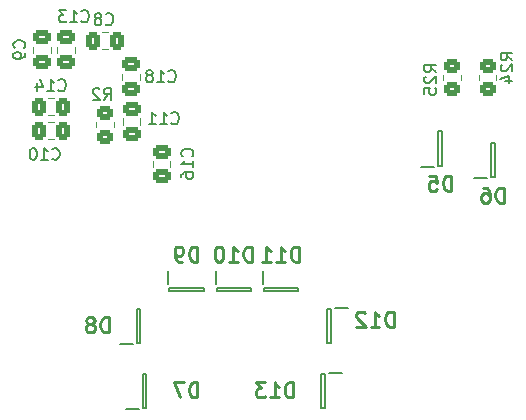
<source format=gbo>
G04 #@! TF.GenerationSoftware,KiCad,Pcbnew,8.0.8*
G04 #@! TF.CreationDate,2025-03-18T19:08:41-04:00*
G04 #@! TF.ProjectId,477,3437372e-6b69-4636-9164-5f7063625858,rev?*
G04 #@! TF.SameCoordinates,Original*
G04 #@! TF.FileFunction,Legend,Bot*
G04 #@! TF.FilePolarity,Positive*
%FSLAX46Y46*%
G04 Gerber Fmt 4.6, Leading zero omitted, Abs format (unit mm)*
G04 Created by KiCad (PCBNEW 8.0.8) date 2025-03-18 19:08:41*
%MOMM*%
%LPD*%
G01*
G04 APERTURE LIST*
G04 Aperture macros list*
%AMRoundRect*
0 Rectangle with rounded corners*
0 $1 Rounding radius*
0 $2 $3 $4 $5 $6 $7 $8 $9 X,Y pos of 4 corners*
0 Add a 4 corners polygon primitive as box body*
4,1,4,$2,$3,$4,$5,$6,$7,$8,$9,$2,$3,0*
0 Add four circle primitives for the rounded corners*
1,1,$1+$1,$2,$3*
1,1,$1+$1,$4,$5*
1,1,$1+$1,$6,$7*
1,1,$1+$1,$8,$9*
0 Add four rect primitives between the rounded corners*
20,1,$1+$1,$2,$3,$4,$5,0*
20,1,$1+$1,$4,$5,$6,$7,0*
20,1,$1+$1,$6,$7,$8,$9,0*
20,1,$1+$1,$8,$9,$2,$3,0*%
G04 Aperture macros list end*
%ADD10C,0.150000*%
%ADD11C,0.254000*%
%ADD12C,0.120000*%
%ADD13C,0.200000*%
%ADD14C,1.000000*%
%ADD15C,3.200000*%
%ADD16C,1.550000*%
%ADD17C,1.500000*%
%ADD18C,3.570000*%
%ADD19RoundRect,0.250000X0.337500X0.475000X-0.337500X0.475000X-0.337500X-0.475000X0.337500X-0.475000X0*%
%ADD20R,1.100000X0.650000*%
%ADD21RoundRect,0.250000X0.450000X-0.350000X0.450000X0.350000X-0.450000X0.350000X-0.450000X-0.350000X0*%
%ADD22RoundRect,0.250000X-0.475000X0.337500X-0.475000X-0.337500X0.475000X-0.337500X0.475000X0.337500X0*%
%ADD23RoundRect,0.250000X-0.337500X-0.475000X0.337500X-0.475000X0.337500X0.475000X-0.337500X0.475000X0*%
%ADD24R,0.650000X1.100000*%
%ADD25RoundRect,0.250000X0.475000X-0.337500X0.475000X0.337500X-0.475000X0.337500X-0.475000X-0.337500X0*%
%ADD26C,0.800000*%
%ADD27C,6.000000*%
G04 APERTURE END LIST*
D10*
X143676666Y-101451580D02*
X143724285Y-101499200D01*
X143724285Y-101499200D02*
X143867142Y-101546819D01*
X143867142Y-101546819D02*
X143962380Y-101546819D01*
X143962380Y-101546819D02*
X144105237Y-101499200D01*
X144105237Y-101499200D02*
X144200475Y-101403961D01*
X144200475Y-101403961D02*
X144248094Y-101308723D01*
X144248094Y-101308723D02*
X144295713Y-101118247D01*
X144295713Y-101118247D02*
X144295713Y-100975390D01*
X144295713Y-100975390D02*
X144248094Y-100784914D01*
X144248094Y-100784914D02*
X144200475Y-100689676D01*
X144200475Y-100689676D02*
X144105237Y-100594438D01*
X144105237Y-100594438D02*
X143962380Y-100546819D01*
X143962380Y-100546819D02*
X143867142Y-100546819D01*
X143867142Y-100546819D02*
X143724285Y-100594438D01*
X143724285Y-100594438D02*
X143676666Y-100642057D01*
X143105237Y-100975390D02*
X143200475Y-100927771D01*
X143200475Y-100927771D02*
X143248094Y-100880152D01*
X143248094Y-100880152D02*
X143295713Y-100784914D01*
X143295713Y-100784914D02*
X143295713Y-100737295D01*
X143295713Y-100737295D02*
X143248094Y-100642057D01*
X143248094Y-100642057D02*
X143200475Y-100594438D01*
X143200475Y-100594438D02*
X143105237Y-100546819D01*
X143105237Y-100546819D02*
X142914761Y-100546819D01*
X142914761Y-100546819D02*
X142819523Y-100594438D01*
X142819523Y-100594438D02*
X142771904Y-100642057D01*
X142771904Y-100642057D02*
X142724285Y-100737295D01*
X142724285Y-100737295D02*
X142724285Y-100784914D01*
X142724285Y-100784914D02*
X142771904Y-100880152D01*
X142771904Y-100880152D02*
X142819523Y-100927771D01*
X142819523Y-100927771D02*
X142914761Y-100975390D01*
X142914761Y-100975390D02*
X143105237Y-100975390D01*
X143105237Y-100975390D02*
X143200475Y-101023009D01*
X143200475Y-101023009D02*
X143248094Y-101070628D01*
X143248094Y-101070628D02*
X143295713Y-101165866D01*
X143295713Y-101165866D02*
X143295713Y-101356342D01*
X143295713Y-101356342D02*
X143248094Y-101451580D01*
X143248094Y-101451580D02*
X143200475Y-101499200D01*
X143200475Y-101499200D02*
X143105237Y-101546819D01*
X143105237Y-101546819D02*
X142914761Y-101546819D01*
X142914761Y-101546819D02*
X142819523Y-101499200D01*
X142819523Y-101499200D02*
X142771904Y-101451580D01*
X142771904Y-101451580D02*
X142724285Y-101356342D01*
X142724285Y-101356342D02*
X142724285Y-101165866D01*
X142724285Y-101165866D02*
X142771904Y-101070628D01*
X142771904Y-101070628D02*
X142819523Y-101023009D01*
X142819523Y-101023009D02*
X142914761Y-100975390D01*
D11*
X151437381Y-133074318D02*
X151437381Y-131804318D01*
X151437381Y-131804318D02*
X151135000Y-131804318D01*
X151135000Y-131804318D02*
X150953571Y-131864794D01*
X150953571Y-131864794D02*
X150832619Y-131985746D01*
X150832619Y-131985746D02*
X150772142Y-132106699D01*
X150772142Y-132106699D02*
X150711666Y-132348603D01*
X150711666Y-132348603D02*
X150711666Y-132530032D01*
X150711666Y-132530032D02*
X150772142Y-132771937D01*
X150772142Y-132771937D02*
X150832619Y-132892889D01*
X150832619Y-132892889D02*
X150953571Y-133013842D01*
X150953571Y-133013842D02*
X151135000Y-133074318D01*
X151135000Y-133074318D02*
X151437381Y-133074318D01*
X150288333Y-131804318D02*
X149441666Y-131804318D01*
X149441666Y-131804318D02*
X149985952Y-133074318D01*
X159542143Y-133074318D02*
X159542143Y-131804318D01*
X159542143Y-131804318D02*
X159239762Y-131804318D01*
X159239762Y-131804318D02*
X159058333Y-131864794D01*
X159058333Y-131864794D02*
X158937381Y-131985746D01*
X158937381Y-131985746D02*
X158876904Y-132106699D01*
X158876904Y-132106699D02*
X158816428Y-132348603D01*
X158816428Y-132348603D02*
X158816428Y-132530032D01*
X158816428Y-132530032D02*
X158876904Y-132771937D01*
X158876904Y-132771937D02*
X158937381Y-132892889D01*
X158937381Y-132892889D02*
X159058333Y-133013842D01*
X159058333Y-133013842D02*
X159239762Y-133074318D01*
X159239762Y-133074318D02*
X159542143Y-133074318D01*
X157606904Y-133074318D02*
X158332619Y-133074318D01*
X157969762Y-133074318D02*
X157969762Y-131804318D01*
X157969762Y-131804318D02*
X158090714Y-131985746D01*
X158090714Y-131985746D02*
X158211666Y-132106699D01*
X158211666Y-132106699D02*
X158332619Y-132167175D01*
X157183571Y-131804318D02*
X156397380Y-131804318D01*
X156397380Y-131804318D02*
X156820714Y-132288127D01*
X156820714Y-132288127D02*
X156639285Y-132288127D01*
X156639285Y-132288127D02*
X156518333Y-132348603D01*
X156518333Y-132348603D02*
X156457857Y-132409080D01*
X156457857Y-132409080D02*
X156397380Y-132530032D01*
X156397380Y-132530032D02*
X156397380Y-132832413D01*
X156397380Y-132832413D02*
X156457857Y-132953365D01*
X156457857Y-132953365D02*
X156518333Y-133013842D01*
X156518333Y-133013842D02*
X156639285Y-133074318D01*
X156639285Y-133074318D02*
X157002142Y-133074318D01*
X157002142Y-133074318D02*
X157123095Y-133013842D01*
X157123095Y-133013842D02*
X157183571Y-132953365D01*
D10*
X178104819Y-104513142D02*
X177628628Y-104179809D01*
X178104819Y-103941714D02*
X177104819Y-103941714D01*
X177104819Y-103941714D02*
X177104819Y-104322666D01*
X177104819Y-104322666D02*
X177152438Y-104417904D01*
X177152438Y-104417904D02*
X177200057Y-104465523D01*
X177200057Y-104465523D02*
X177295295Y-104513142D01*
X177295295Y-104513142D02*
X177438152Y-104513142D01*
X177438152Y-104513142D02*
X177533390Y-104465523D01*
X177533390Y-104465523D02*
X177581009Y-104417904D01*
X177581009Y-104417904D02*
X177628628Y-104322666D01*
X177628628Y-104322666D02*
X177628628Y-103941714D01*
X177200057Y-104894095D02*
X177152438Y-104941714D01*
X177152438Y-104941714D02*
X177104819Y-105036952D01*
X177104819Y-105036952D02*
X177104819Y-105275047D01*
X177104819Y-105275047D02*
X177152438Y-105370285D01*
X177152438Y-105370285D02*
X177200057Y-105417904D01*
X177200057Y-105417904D02*
X177295295Y-105465523D01*
X177295295Y-105465523D02*
X177390533Y-105465523D01*
X177390533Y-105465523D02*
X177533390Y-105417904D01*
X177533390Y-105417904D02*
X178104819Y-104846476D01*
X178104819Y-104846476D02*
X178104819Y-105465523D01*
X177438152Y-106322666D02*
X178104819Y-106322666D01*
X177057200Y-106084571D02*
X177771485Y-105846476D01*
X177771485Y-105846476D02*
X177771485Y-106465523D01*
X148978857Y-106277580D02*
X149026476Y-106325200D01*
X149026476Y-106325200D02*
X149169333Y-106372819D01*
X149169333Y-106372819D02*
X149264571Y-106372819D01*
X149264571Y-106372819D02*
X149407428Y-106325200D01*
X149407428Y-106325200D02*
X149502666Y-106229961D01*
X149502666Y-106229961D02*
X149550285Y-106134723D01*
X149550285Y-106134723D02*
X149597904Y-105944247D01*
X149597904Y-105944247D02*
X149597904Y-105801390D01*
X149597904Y-105801390D02*
X149550285Y-105610914D01*
X149550285Y-105610914D02*
X149502666Y-105515676D01*
X149502666Y-105515676D02*
X149407428Y-105420438D01*
X149407428Y-105420438D02*
X149264571Y-105372819D01*
X149264571Y-105372819D02*
X149169333Y-105372819D01*
X149169333Y-105372819D02*
X149026476Y-105420438D01*
X149026476Y-105420438D02*
X148978857Y-105468057D01*
X148026476Y-106372819D02*
X148597904Y-106372819D01*
X148312190Y-106372819D02*
X148312190Y-105372819D01*
X148312190Y-105372819D02*
X148407428Y-105515676D01*
X148407428Y-105515676D02*
X148502666Y-105610914D01*
X148502666Y-105610914D02*
X148597904Y-105658533D01*
X147455047Y-105801390D02*
X147550285Y-105753771D01*
X147550285Y-105753771D02*
X147597904Y-105706152D01*
X147597904Y-105706152D02*
X147645523Y-105610914D01*
X147645523Y-105610914D02*
X147645523Y-105563295D01*
X147645523Y-105563295D02*
X147597904Y-105468057D01*
X147597904Y-105468057D02*
X147550285Y-105420438D01*
X147550285Y-105420438D02*
X147455047Y-105372819D01*
X147455047Y-105372819D02*
X147264571Y-105372819D01*
X147264571Y-105372819D02*
X147169333Y-105420438D01*
X147169333Y-105420438D02*
X147121714Y-105468057D01*
X147121714Y-105468057D02*
X147074095Y-105563295D01*
X147074095Y-105563295D02*
X147074095Y-105610914D01*
X147074095Y-105610914D02*
X147121714Y-105706152D01*
X147121714Y-105706152D02*
X147169333Y-105753771D01*
X147169333Y-105753771D02*
X147264571Y-105801390D01*
X147264571Y-105801390D02*
X147455047Y-105801390D01*
X147455047Y-105801390D02*
X147550285Y-105849009D01*
X147550285Y-105849009D02*
X147597904Y-105896628D01*
X147597904Y-105896628D02*
X147645523Y-105991866D01*
X147645523Y-105991866D02*
X147645523Y-106182342D01*
X147645523Y-106182342D02*
X147597904Y-106277580D01*
X147597904Y-106277580D02*
X147550285Y-106325200D01*
X147550285Y-106325200D02*
X147455047Y-106372819D01*
X147455047Y-106372819D02*
X147264571Y-106372819D01*
X147264571Y-106372819D02*
X147169333Y-106325200D01*
X147169333Y-106325200D02*
X147121714Y-106277580D01*
X147121714Y-106277580D02*
X147074095Y-106182342D01*
X147074095Y-106182342D02*
X147074095Y-105991866D01*
X147074095Y-105991866D02*
X147121714Y-105896628D01*
X147121714Y-105896628D02*
X147169333Y-105849009D01*
X147169333Y-105849009D02*
X147264571Y-105801390D01*
X150981580Y-112641142D02*
X151029200Y-112593523D01*
X151029200Y-112593523D02*
X151076819Y-112450666D01*
X151076819Y-112450666D02*
X151076819Y-112355428D01*
X151076819Y-112355428D02*
X151029200Y-112212571D01*
X151029200Y-112212571D02*
X150933961Y-112117333D01*
X150933961Y-112117333D02*
X150838723Y-112069714D01*
X150838723Y-112069714D02*
X150648247Y-112022095D01*
X150648247Y-112022095D02*
X150505390Y-112022095D01*
X150505390Y-112022095D02*
X150314914Y-112069714D01*
X150314914Y-112069714D02*
X150219676Y-112117333D01*
X150219676Y-112117333D02*
X150124438Y-112212571D01*
X150124438Y-112212571D02*
X150076819Y-112355428D01*
X150076819Y-112355428D02*
X150076819Y-112450666D01*
X150076819Y-112450666D02*
X150124438Y-112593523D01*
X150124438Y-112593523D02*
X150172057Y-112641142D01*
X151076819Y-113593523D02*
X151076819Y-113022095D01*
X151076819Y-113307809D02*
X150076819Y-113307809D01*
X150076819Y-113307809D02*
X150219676Y-113212571D01*
X150219676Y-113212571D02*
X150314914Y-113117333D01*
X150314914Y-113117333D02*
X150362533Y-113022095D01*
X150076819Y-114450666D02*
X150076819Y-114260190D01*
X150076819Y-114260190D02*
X150124438Y-114164952D01*
X150124438Y-114164952D02*
X150172057Y-114117333D01*
X150172057Y-114117333D02*
X150314914Y-114022095D01*
X150314914Y-114022095D02*
X150505390Y-113974476D01*
X150505390Y-113974476D02*
X150886342Y-113974476D01*
X150886342Y-113974476D02*
X150981580Y-114022095D01*
X150981580Y-114022095D02*
X151029200Y-114069714D01*
X151029200Y-114069714D02*
X151076819Y-114164952D01*
X151076819Y-114164952D02*
X151076819Y-114355428D01*
X151076819Y-114355428D02*
X151029200Y-114450666D01*
X151029200Y-114450666D02*
X150981580Y-114498285D01*
X150981580Y-114498285D02*
X150886342Y-114545904D01*
X150886342Y-114545904D02*
X150648247Y-114545904D01*
X150648247Y-114545904D02*
X150553009Y-114498285D01*
X150553009Y-114498285D02*
X150505390Y-114450666D01*
X150505390Y-114450666D02*
X150457771Y-114355428D01*
X150457771Y-114355428D02*
X150457771Y-114164952D01*
X150457771Y-114164952D02*
X150505390Y-114069714D01*
X150505390Y-114069714D02*
X150553009Y-114022095D01*
X150553009Y-114022095D02*
X150648247Y-113974476D01*
D11*
X168042143Y-127074318D02*
X168042143Y-125804318D01*
X168042143Y-125804318D02*
X167739762Y-125804318D01*
X167739762Y-125804318D02*
X167558333Y-125864794D01*
X167558333Y-125864794D02*
X167437381Y-125985746D01*
X167437381Y-125985746D02*
X167376904Y-126106699D01*
X167376904Y-126106699D02*
X167316428Y-126348603D01*
X167316428Y-126348603D02*
X167316428Y-126530032D01*
X167316428Y-126530032D02*
X167376904Y-126771937D01*
X167376904Y-126771937D02*
X167437381Y-126892889D01*
X167437381Y-126892889D02*
X167558333Y-127013842D01*
X167558333Y-127013842D02*
X167739762Y-127074318D01*
X167739762Y-127074318D02*
X168042143Y-127074318D01*
X166106904Y-127074318D02*
X166832619Y-127074318D01*
X166469762Y-127074318D02*
X166469762Y-125804318D01*
X166469762Y-125804318D02*
X166590714Y-125985746D01*
X166590714Y-125985746D02*
X166711666Y-126106699D01*
X166711666Y-126106699D02*
X166832619Y-126167175D01*
X165623095Y-125925270D02*
X165562619Y-125864794D01*
X165562619Y-125864794D02*
X165441666Y-125804318D01*
X165441666Y-125804318D02*
X165139285Y-125804318D01*
X165139285Y-125804318D02*
X165018333Y-125864794D01*
X165018333Y-125864794D02*
X164957857Y-125925270D01*
X164957857Y-125925270D02*
X164897380Y-126046222D01*
X164897380Y-126046222D02*
X164897380Y-126167175D01*
X164897380Y-126167175D02*
X164957857Y-126348603D01*
X164957857Y-126348603D02*
X165683571Y-127074318D01*
X165683571Y-127074318D02*
X164897380Y-127074318D01*
X177387381Y-116574318D02*
X177387381Y-115304318D01*
X177387381Y-115304318D02*
X177085000Y-115304318D01*
X177085000Y-115304318D02*
X176903571Y-115364794D01*
X176903571Y-115364794D02*
X176782619Y-115485746D01*
X176782619Y-115485746D02*
X176722142Y-115606699D01*
X176722142Y-115606699D02*
X176661666Y-115848603D01*
X176661666Y-115848603D02*
X176661666Y-116030032D01*
X176661666Y-116030032D02*
X176722142Y-116271937D01*
X176722142Y-116271937D02*
X176782619Y-116392889D01*
X176782619Y-116392889D02*
X176903571Y-116513842D01*
X176903571Y-116513842D02*
X177085000Y-116574318D01*
X177085000Y-116574318D02*
X177387381Y-116574318D01*
X175573095Y-115304318D02*
X175815000Y-115304318D01*
X175815000Y-115304318D02*
X175935952Y-115364794D01*
X175935952Y-115364794D02*
X175996428Y-115425270D01*
X175996428Y-115425270D02*
X176117381Y-115606699D01*
X176117381Y-115606699D02*
X176177857Y-115848603D01*
X176177857Y-115848603D02*
X176177857Y-116332413D01*
X176177857Y-116332413D02*
X176117381Y-116453365D01*
X176117381Y-116453365D02*
X176056904Y-116513842D01*
X176056904Y-116513842D02*
X175935952Y-116574318D01*
X175935952Y-116574318D02*
X175694047Y-116574318D01*
X175694047Y-116574318D02*
X175573095Y-116513842D01*
X175573095Y-116513842D02*
X175512619Y-116453365D01*
X175512619Y-116453365D02*
X175452142Y-116332413D01*
X175452142Y-116332413D02*
X175452142Y-116030032D01*
X175452142Y-116030032D02*
X175512619Y-115909080D01*
X175512619Y-115909080D02*
X175573095Y-115848603D01*
X175573095Y-115848603D02*
X175694047Y-115788127D01*
X175694047Y-115788127D02*
X175935952Y-115788127D01*
X175935952Y-115788127D02*
X176056904Y-115848603D01*
X176056904Y-115848603D02*
X176117381Y-115909080D01*
X176117381Y-115909080D02*
X176177857Y-116030032D01*
D10*
X139142857Y-112859580D02*
X139190476Y-112907200D01*
X139190476Y-112907200D02*
X139333333Y-112954819D01*
X139333333Y-112954819D02*
X139428571Y-112954819D01*
X139428571Y-112954819D02*
X139571428Y-112907200D01*
X139571428Y-112907200D02*
X139666666Y-112811961D01*
X139666666Y-112811961D02*
X139714285Y-112716723D01*
X139714285Y-112716723D02*
X139761904Y-112526247D01*
X139761904Y-112526247D02*
X139761904Y-112383390D01*
X139761904Y-112383390D02*
X139714285Y-112192914D01*
X139714285Y-112192914D02*
X139666666Y-112097676D01*
X139666666Y-112097676D02*
X139571428Y-112002438D01*
X139571428Y-112002438D02*
X139428571Y-111954819D01*
X139428571Y-111954819D02*
X139333333Y-111954819D01*
X139333333Y-111954819D02*
X139190476Y-112002438D01*
X139190476Y-112002438D02*
X139142857Y-112050057D01*
X138190476Y-112954819D02*
X138761904Y-112954819D01*
X138476190Y-112954819D02*
X138476190Y-111954819D01*
X138476190Y-111954819D02*
X138571428Y-112097676D01*
X138571428Y-112097676D02*
X138666666Y-112192914D01*
X138666666Y-112192914D02*
X138761904Y-112240533D01*
X137571428Y-111954819D02*
X137476190Y-111954819D01*
X137476190Y-111954819D02*
X137380952Y-112002438D01*
X137380952Y-112002438D02*
X137333333Y-112050057D01*
X137333333Y-112050057D02*
X137285714Y-112145295D01*
X137285714Y-112145295D02*
X137238095Y-112335771D01*
X137238095Y-112335771D02*
X137238095Y-112573866D01*
X137238095Y-112573866D02*
X137285714Y-112764342D01*
X137285714Y-112764342D02*
X137333333Y-112859580D01*
X137333333Y-112859580D02*
X137380952Y-112907200D01*
X137380952Y-112907200D02*
X137476190Y-112954819D01*
X137476190Y-112954819D02*
X137571428Y-112954819D01*
X137571428Y-112954819D02*
X137666666Y-112907200D01*
X137666666Y-112907200D02*
X137714285Y-112859580D01*
X137714285Y-112859580D02*
X137761904Y-112764342D01*
X137761904Y-112764342D02*
X137809523Y-112573866D01*
X137809523Y-112573866D02*
X137809523Y-112335771D01*
X137809523Y-112335771D02*
X137761904Y-112145295D01*
X137761904Y-112145295D02*
X137714285Y-112050057D01*
X137714285Y-112050057D02*
X137666666Y-112002438D01*
X137666666Y-112002438D02*
X137571428Y-111954819D01*
X139667857Y-107039580D02*
X139715476Y-107087200D01*
X139715476Y-107087200D02*
X139858333Y-107134819D01*
X139858333Y-107134819D02*
X139953571Y-107134819D01*
X139953571Y-107134819D02*
X140096428Y-107087200D01*
X140096428Y-107087200D02*
X140191666Y-106991961D01*
X140191666Y-106991961D02*
X140239285Y-106896723D01*
X140239285Y-106896723D02*
X140286904Y-106706247D01*
X140286904Y-106706247D02*
X140286904Y-106563390D01*
X140286904Y-106563390D02*
X140239285Y-106372914D01*
X140239285Y-106372914D02*
X140191666Y-106277676D01*
X140191666Y-106277676D02*
X140096428Y-106182438D01*
X140096428Y-106182438D02*
X139953571Y-106134819D01*
X139953571Y-106134819D02*
X139858333Y-106134819D01*
X139858333Y-106134819D02*
X139715476Y-106182438D01*
X139715476Y-106182438D02*
X139667857Y-106230057D01*
X138715476Y-107134819D02*
X139286904Y-107134819D01*
X139001190Y-107134819D02*
X139001190Y-106134819D01*
X139001190Y-106134819D02*
X139096428Y-106277676D01*
X139096428Y-106277676D02*
X139191666Y-106372914D01*
X139191666Y-106372914D02*
X139286904Y-106420533D01*
X137858333Y-106468152D02*
X137858333Y-107134819D01*
X138096428Y-106087200D02*
X138334523Y-106801485D01*
X138334523Y-106801485D02*
X137715476Y-106801485D01*
X171650819Y-105529142D02*
X171174628Y-105195809D01*
X171650819Y-104957714D02*
X170650819Y-104957714D01*
X170650819Y-104957714D02*
X170650819Y-105338666D01*
X170650819Y-105338666D02*
X170698438Y-105433904D01*
X170698438Y-105433904D02*
X170746057Y-105481523D01*
X170746057Y-105481523D02*
X170841295Y-105529142D01*
X170841295Y-105529142D02*
X170984152Y-105529142D01*
X170984152Y-105529142D02*
X171079390Y-105481523D01*
X171079390Y-105481523D02*
X171127009Y-105433904D01*
X171127009Y-105433904D02*
X171174628Y-105338666D01*
X171174628Y-105338666D02*
X171174628Y-104957714D01*
X170746057Y-105910095D02*
X170698438Y-105957714D01*
X170698438Y-105957714D02*
X170650819Y-106052952D01*
X170650819Y-106052952D02*
X170650819Y-106291047D01*
X170650819Y-106291047D02*
X170698438Y-106386285D01*
X170698438Y-106386285D02*
X170746057Y-106433904D01*
X170746057Y-106433904D02*
X170841295Y-106481523D01*
X170841295Y-106481523D02*
X170936533Y-106481523D01*
X170936533Y-106481523D02*
X171079390Y-106433904D01*
X171079390Y-106433904D02*
X171650819Y-105862476D01*
X171650819Y-105862476D02*
X171650819Y-106481523D01*
X170650819Y-107386285D02*
X170650819Y-106910095D01*
X170650819Y-106910095D02*
X171127009Y-106862476D01*
X171127009Y-106862476D02*
X171079390Y-106910095D01*
X171079390Y-106910095D02*
X171031771Y-107005333D01*
X171031771Y-107005333D02*
X171031771Y-107243428D01*
X171031771Y-107243428D02*
X171079390Y-107338666D01*
X171079390Y-107338666D02*
X171127009Y-107386285D01*
X171127009Y-107386285D02*
X171222247Y-107433904D01*
X171222247Y-107433904D02*
X171460342Y-107433904D01*
X171460342Y-107433904D02*
X171555580Y-107386285D01*
X171555580Y-107386285D02*
X171603200Y-107338666D01*
X171603200Y-107338666D02*
X171650819Y-107243428D01*
X171650819Y-107243428D02*
X171650819Y-107005333D01*
X171650819Y-107005333D02*
X171603200Y-106910095D01*
X171603200Y-106910095D02*
X171555580Y-106862476D01*
D11*
X160042143Y-121574318D02*
X160042143Y-120304318D01*
X160042143Y-120304318D02*
X159739762Y-120304318D01*
X159739762Y-120304318D02*
X159558333Y-120364794D01*
X159558333Y-120364794D02*
X159437381Y-120485746D01*
X159437381Y-120485746D02*
X159376904Y-120606699D01*
X159376904Y-120606699D02*
X159316428Y-120848603D01*
X159316428Y-120848603D02*
X159316428Y-121030032D01*
X159316428Y-121030032D02*
X159376904Y-121271937D01*
X159376904Y-121271937D02*
X159437381Y-121392889D01*
X159437381Y-121392889D02*
X159558333Y-121513842D01*
X159558333Y-121513842D02*
X159739762Y-121574318D01*
X159739762Y-121574318D02*
X160042143Y-121574318D01*
X158106904Y-121574318D02*
X158832619Y-121574318D01*
X158469762Y-121574318D02*
X158469762Y-120304318D01*
X158469762Y-120304318D02*
X158590714Y-120485746D01*
X158590714Y-120485746D02*
X158711666Y-120606699D01*
X158711666Y-120606699D02*
X158832619Y-120667175D01*
X156897380Y-121574318D02*
X157623095Y-121574318D01*
X157260238Y-121574318D02*
X157260238Y-120304318D01*
X157260238Y-120304318D02*
X157381190Y-120485746D01*
X157381190Y-120485746D02*
X157502142Y-120606699D01*
X157502142Y-120606699D02*
X157623095Y-120667175D01*
D10*
X149232857Y-109833580D02*
X149280476Y-109881200D01*
X149280476Y-109881200D02*
X149423333Y-109928819D01*
X149423333Y-109928819D02*
X149518571Y-109928819D01*
X149518571Y-109928819D02*
X149661428Y-109881200D01*
X149661428Y-109881200D02*
X149756666Y-109785961D01*
X149756666Y-109785961D02*
X149804285Y-109690723D01*
X149804285Y-109690723D02*
X149851904Y-109500247D01*
X149851904Y-109500247D02*
X149851904Y-109357390D01*
X149851904Y-109357390D02*
X149804285Y-109166914D01*
X149804285Y-109166914D02*
X149756666Y-109071676D01*
X149756666Y-109071676D02*
X149661428Y-108976438D01*
X149661428Y-108976438D02*
X149518571Y-108928819D01*
X149518571Y-108928819D02*
X149423333Y-108928819D01*
X149423333Y-108928819D02*
X149280476Y-108976438D01*
X149280476Y-108976438D02*
X149232857Y-109024057D01*
X148280476Y-109928819D02*
X148851904Y-109928819D01*
X148566190Y-109928819D02*
X148566190Y-108928819D01*
X148566190Y-108928819D02*
X148661428Y-109071676D01*
X148661428Y-109071676D02*
X148756666Y-109166914D01*
X148756666Y-109166914D02*
X148851904Y-109214533D01*
X147328095Y-109928819D02*
X147899523Y-109928819D01*
X147613809Y-109928819D02*
X147613809Y-108928819D01*
X147613809Y-108928819D02*
X147709047Y-109071676D01*
X147709047Y-109071676D02*
X147804285Y-109166914D01*
X147804285Y-109166914D02*
X147899523Y-109214533D01*
D11*
X151437381Y-121574318D02*
X151437381Y-120304318D01*
X151437381Y-120304318D02*
X151135000Y-120304318D01*
X151135000Y-120304318D02*
X150953571Y-120364794D01*
X150953571Y-120364794D02*
X150832619Y-120485746D01*
X150832619Y-120485746D02*
X150772142Y-120606699D01*
X150772142Y-120606699D02*
X150711666Y-120848603D01*
X150711666Y-120848603D02*
X150711666Y-121030032D01*
X150711666Y-121030032D02*
X150772142Y-121271937D01*
X150772142Y-121271937D02*
X150832619Y-121392889D01*
X150832619Y-121392889D02*
X150953571Y-121513842D01*
X150953571Y-121513842D02*
X151135000Y-121574318D01*
X151135000Y-121574318D02*
X151437381Y-121574318D01*
X150106904Y-121574318D02*
X149865000Y-121574318D01*
X149865000Y-121574318D02*
X149744047Y-121513842D01*
X149744047Y-121513842D02*
X149683571Y-121453365D01*
X149683571Y-121453365D02*
X149562619Y-121271937D01*
X149562619Y-121271937D02*
X149502142Y-121030032D01*
X149502142Y-121030032D02*
X149502142Y-120546222D01*
X149502142Y-120546222D02*
X149562619Y-120425270D01*
X149562619Y-120425270D02*
X149623095Y-120364794D01*
X149623095Y-120364794D02*
X149744047Y-120304318D01*
X149744047Y-120304318D02*
X149985952Y-120304318D01*
X149985952Y-120304318D02*
X150106904Y-120364794D01*
X150106904Y-120364794D02*
X150167381Y-120425270D01*
X150167381Y-120425270D02*
X150227857Y-120546222D01*
X150227857Y-120546222D02*
X150227857Y-120848603D01*
X150227857Y-120848603D02*
X150167381Y-120969556D01*
X150167381Y-120969556D02*
X150106904Y-121030032D01*
X150106904Y-121030032D02*
X149985952Y-121090508D01*
X149985952Y-121090508D02*
X149744047Y-121090508D01*
X149744047Y-121090508D02*
X149623095Y-121030032D01*
X149623095Y-121030032D02*
X149562619Y-120969556D01*
X149562619Y-120969556D02*
X149502142Y-120848603D01*
X156042143Y-121574318D02*
X156042143Y-120304318D01*
X156042143Y-120304318D02*
X155739762Y-120304318D01*
X155739762Y-120304318D02*
X155558333Y-120364794D01*
X155558333Y-120364794D02*
X155437381Y-120485746D01*
X155437381Y-120485746D02*
X155376904Y-120606699D01*
X155376904Y-120606699D02*
X155316428Y-120848603D01*
X155316428Y-120848603D02*
X155316428Y-121030032D01*
X155316428Y-121030032D02*
X155376904Y-121271937D01*
X155376904Y-121271937D02*
X155437381Y-121392889D01*
X155437381Y-121392889D02*
X155558333Y-121513842D01*
X155558333Y-121513842D02*
X155739762Y-121574318D01*
X155739762Y-121574318D02*
X156042143Y-121574318D01*
X154106904Y-121574318D02*
X154832619Y-121574318D01*
X154469762Y-121574318D02*
X154469762Y-120304318D01*
X154469762Y-120304318D02*
X154590714Y-120485746D01*
X154590714Y-120485746D02*
X154711666Y-120606699D01*
X154711666Y-120606699D02*
X154832619Y-120667175D01*
X153320714Y-120304318D02*
X153199761Y-120304318D01*
X153199761Y-120304318D02*
X153078809Y-120364794D01*
X153078809Y-120364794D02*
X153018333Y-120425270D01*
X153018333Y-120425270D02*
X152957857Y-120546222D01*
X152957857Y-120546222D02*
X152897380Y-120788127D01*
X152897380Y-120788127D02*
X152897380Y-121090508D01*
X152897380Y-121090508D02*
X152957857Y-121332413D01*
X152957857Y-121332413D02*
X153018333Y-121453365D01*
X153018333Y-121453365D02*
X153078809Y-121513842D01*
X153078809Y-121513842D02*
X153199761Y-121574318D01*
X153199761Y-121574318D02*
X153320714Y-121574318D01*
X153320714Y-121574318D02*
X153441666Y-121513842D01*
X153441666Y-121513842D02*
X153502142Y-121453365D01*
X153502142Y-121453365D02*
X153562619Y-121332413D01*
X153562619Y-121332413D02*
X153623095Y-121090508D01*
X153623095Y-121090508D02*
X153623095Y-120788127D01*
X153623095Y-120788127D02*
X153562619Y-120546222D01*
X153562619Y-120546222D02*
X153502142Y-120425270D01*
X153502142Y-120425270D02*
X153441666Y-120364794D01*
X153441666Y-120364794D02*
X153320714Y-120304318D01*
D10*
X136757580Y-103465333D02*
X136805200Y-103417714D01*
X136805200Y-103417714D02*
X136852819Y-103274857D01*
X136852819Y-103274857D02*
X136852819Y-103179619D01*
X136852819Y-103179619D02*
X136805200Y-103036762D01*
X136805200Y-103036762D02*
X136709961Y-102941524D01*
X136709961Y-102941524D02*
X136614723Y-102893905D01*
X136614723Y-102893905D02*
X136424247Y-102846286D01*
X136424247Y-102846286D02*
X136281390Y-102846286D01*
X136281390Y-102846286D02*
X136090914Y-102893905D01*
X136090914Y-102893905D02*
X135995676Y-102941524D01*
X135995676Y-102941524D02*
X135900438Y-103036762D01*
X135900438Y-103036762D02*
X135852819Y-103179619D01*
X135852819Y-103179619D02*
X135852819Y-103274857D01*
X135852819Y-103274857D02*
X135900438Y-103417714D01*
X135900438Y-103417714D02*
X135948057Y-103465333D01*
X136852819Y-103941524D02*
X136852819Y-104132000D01*
X136852819Y-104132000D02*
X136805200Y-104227238D01*
X136805200Y-104227238D02*
X136757580Y-104274857D01*
X136757580Y-104274857D02*
X136614723Y-104370095D01*
X136614723Y-104370095D02*
X136424247Y-104417714D01*
X136424247Y-104417714D02*
X136043295Y-104417714D01*
X136043295Y-104417714D02*
X135948057Y-104370095D01*
X135948057Y-104370095D02*
X135900438Y-104322476D01*
X135900438Y-104322476D02*
X135852819Y-104227238D01*
X135852819Y-104227238D02*
X135852819Y-104036762D01*
X135852819Y-104036762D02*
X135900438Y-103941524D01*
X135900438Y-103941524D02*
X135948057Y-103893905D01*
X135948057Y-103893905D02*
X136043295Y-103846286D01*
X136043295Y-103846286D02*
X136281390Y-103846286D01*
X136281390Y-103846286D02*
X136376628Y-103893905D01*
X136376628Y-103893905D02*
X136424247Y-103941524D01*
X136424247Y-103941524D02*
X136471866Y-104036762D01*
X136471866Y-104036762D02*
X136471866Y-104227238D01*
X136471866Y-104227238D02*
X136424247Y-104322476D01*
X136424247Y-104322476D02*
X136376628Y-104370095D01*
X136376628Y-104370095D02*
X136281390Y-104417714D01*
D11*
X172937381Y-115574318D02*
X172937381Y-114304318D01*
X172937381Y-114304318D02*
X172635000Y-114304318D01*
X172635000Y-114304318D02*
X172453571Y-114364794D01*
X172453571Y-114364794D02*
X172332619Y-114485746D01*
X172332619Y-114485746D02*
X172272142Y-114606699D01*
X172272142Y-114606699D02*
X172211666Y-114848603D01*
X172211666Y-114848603D02*
X172211666Y-115030032D01*
X172211666Y-115030032D02*
X172272142Y-115271937D01*
X172272142Y-115271937D02*
X172332619Y-115392889D01*
X172332619Y-115392889D02*
X172453571Y-115513842D01*
X172453571Y-115513842D02*
X172635000Y-115574318D01*
X172635000Y-115574318D02*
X172937381Y-115574318D01*
X171062619Y-114304318D02*
X171667381Y-114304318D01*
X171667381Y-114304318D02*
X171727857Y-114909080D01*
X171727857Y-114909080D02*
X171667381Y-114848603D01*
X171667381Y-114848603D02*
X171546428Y-114788127D01*
X171546428Y-114788127D02*
X171244047Y-114788127D01*
X171244047Y-114788127D02*
X171123095Y-114848603D01*
X171123095Y-114848603D02*
X171062619Y-114909080D01*
X171062619Y-114909080D02*
X171002142Y-115030032D01*
X171002142Y-115030032D02*
X171002142Y-115332413D01*
X171002142Y-115332413D02*
X171062619Y-115453365D01*
X171062619Y-115453365D02*
X171123095Y-115513842D01*
X171123095Y-115513842D02*
X171244047Y-115574318D01*
X171244047Y-115574318D02*
X171546428Y-115574318D01*
X171546428Y-115574318D02*
X171667381Y-115513842D01*
X171667381Y-115513842D02*
X171727857Y-115453365D01*
D10*
X143509666Y-107896819D02*
X143842999Y-107420628D01*
X144081094Y-107896819D02*
X144081094Y-106896819D01*
X144081094Y-106896819D02*
X143700142Y-106896819D01*
X143700142Y-106896819D02*
X143604904Y-106944438D01*
X143604904Y-106944438D02*
X143557285Y-106992057D01*
X143557285Y-106992057D02*
X143509666Y-107087295D01*
X143509666Y-107087295D02*
X143509666Y-107230152D01*
X143509666Y-107230152D02*
X143557285Y-107325390D01*
X143557285Y-107325390D02*
X143604904Y-107373009D01*
X143604904Y-107373009D02*
X143700142Y-107420628D01*
X143700142Y-107420628D02*
X144081094Y-107420628D01*
X143128713Y-106992057D02*
X143081094Y-106944438D01*
X143081094Y-106944438D02*
X142985856Y-106896819D01*
X142985856Y-106896819D02*
X142747761Y-106896819D01*
X142747761Y-106896819D02*
X142652523Y-106944438D01*
X142652523Y-106944438D02*
X142604904Y-106992057D01*
X142604904Y-106992057D02*
X142557285Y-107087295D01*
X142557285Y-107087295D02*
X142557285Y-107182533D01*
X142557285Y-107182533D02*
X142604904Y-107325390D01*
X142604904Y-107325390D02*
X143176332Y-107896819D01*
X143176332Y-107896819D02*
X142557285Y-107896819D01*
D11*
X143937381Y-127574318D02*
X143937381Y-126304318D01*
X143937381Y-126304318D02*
X143635000Y-126304318D01*
X143635000Y-126304318D02*
X143453571Y-126364794D01*
X143453571Y-126364794D02*
X143332619Y-126485746D01*
X143332619Y-126485746D02*
X143272142Y-126606699D01*
X143272142Y-126606699D02*
X143211666Y-126848603D01*
X143211666Y-126848603D02*
X143211666Y-127030032D01*
X143211666Y-127030032D02*
X143272142Y-127271937D01*
X143272142Y-127271937D02*
X143332619Y-127392889D01*
X143332619Y-127392889D02*
X143453571Y-127513842D01*
X143453571Y-127513842D02*
X143635000Y-127574318D01*
X143635000Y-127574318D02*
X143937381Y-127574318D01*
X142485952Y-126848603D02*
X142606904Y-126788127D01*
X142606904Y-126788127D02*
X142667381Y-126727651D01*
X142667381Y-126727651D02*
X142727857Y-126606699D01*
X142727857Y-126606699D02*
X142727857Y-126546222D01*
X142727857Y-126546222D02*
X142667381Y-126425270D01*
X142667381Y-126425270D02*
X142606904Y-126364794D01*
X142606904Y-126364794D02*
X142485952Y-126304318D01*
X142485952Y-126304318D02*
X142244047Y-126304318D01*
X142244047Y-126304318D02*
X142123095Y-126364794D01*
X142123095Y-126364794D02*
X142062619Y-126425270D01*
X142062619Y-126425270D02*
X142002142Y-126546222D01*
X142002142Y-126546222D02*
X142002142Y-126606699D01*
X142002142Y-126606699D02*
X142062619Y-126727651D01*
X142062619Y-126727651D02*
X142123095Y-126788127D01*
X142123095Y-126788127D02*
X142244047Y-126848603D01*
X142244047Y-126848603D02*
X142485952Y-126848603D01*
X142485952Y-126848603D02*
X142606904Y-126909080D01*
X142606904Y-126909080D02*
X142667381Y-126969556D01*
X142667381Y-126969556D02*
X142727857Y-127090508D01*
X142727857Y-127090508D02*
X142727857Y-127332413D01*
X142727857Y-127332413D02*
X142667381Y-127453365D01*
X142667381Y-127453365D02*
X142606904Y-127513842D01*
X142606904Y-127513842D02*
X142485952Y-127574318D01*
X142485952Y-127574318D02*
X142244047Y-127574318D01*
X142244047Y-127574318D02*
X142123095Y-127513842D01*
X142123095Y-127513842D02*
X142062619Y-127453365D01*
X142062619Y-127453365D02*
X142002142Y-127332413D01*
X142002142Y-127332413D02*
X142002142Y-127090508D01*
X142002142Y-127090508D02*
X142062619Y-126969556D01*
X142062619Y-126969556D02*
X142123095Y-126909080D01*
X142123095Y-126909080D02*
X142244047Y-126848603D01*
D10*
X141612857Y-101197580D02*
X141660476Y-101245200D01*
X141660476Y-101245200D02*
X141803333Y-101292819D01*
X141803333Y-101292819D02*
X141898571Y-101292819D01*
X141898571Y-101292819D02*
X142041428Y-101245200D01*
X142041428Y-101245200D02*
X142136666Y-101149961D01*
X142136666Y-101149961D02*
X142184285Y-101054723D01*
X142184285Y-101054723D02*
X142231904Y-100864247D01*
X142231904Y-100864247D02*
X142231904Y-100721390D01*
X142231904Y-100721390D02*
X142184285Y-100530914D01*
X142184285Y-100530914D02*
X142136666Y-100435676D01*
X142136666Y-100435676D02*
X142041428Y-100340438D01*
X142041428Y-100340438D02*
X141898571Y-100292819D01*
X141898571Y-100292819D02*
X141803333Y-100292819D01*
X141803333Y-100292819D02*
X141660476Y-100340438D01*
X141660476Y-100340438D02*
X141612857Y-100388057D01*
X140660476Y-101292819D02*
X141231904Y-101292819D01*
X140946190Y-101292819D02*
X140946190Y-100292819D01*
X140946190Y-100292819D02*
X141041428Y-100435676D01*
X141041428Y-100435676D02*
X141136666Y-100530914D01*
X141136666Y-100530914D02*
X141231904Y-100578533D01*
X140327142Y-100292819D02*
X139708095Y-100292819D01*
X139708095Y-100292819D02*
X140041428Y-100673771D01*
X140041428Y-100673771D02*
X139898571Y-100673771D01*
X139898571Y-100673771D02*
X139803333Y-100721390D01*
X139803333Y-100721390D02*
X139755714Y-100769009D01*
X139755714Y-100769009D02*
X139708095Y-100864247D01*
X139708095Y-100864247D02*
X139708095Y-101102342D01*
X139708095Y-101102342D02*
X139755714Y-101197580D01*
X139755714Y-101197580D02*
X139803333Y-101245200D01*
X139803333Y-101245200D02*
X139898571Y-101292819D01*
X139898571Y-101292819D02*
X140184285Y-101292819D01*
X140184285Y-101292819D02*
X140279523Y-101245200D01*
X140279523Y-101245200D02*
X140327142Y-101197580D01*
D12*
X143335748Y-102135000D02*
X143858252Y-102135000D01*
X143335748Y-103605000D02*
X143858252Y-103605000D01*
D13*
X146450000Y-134035000D02*
X145350000Y-134035000D01*
X146800000Y-131050000D02*
X147100000Y-131050000D01*
X146800000Y-133950000D02*
X146800000Y-131050000D01*
X147100000Y-131050000D02*
X147100000Y-133950000D01*
X147100000Y-133950000D02*
X146800000Y-133950000D01*
X161900000Y-131050000D02*
X162200000Y-131050000D01*
X161900000Y-133950000D02*
X161900000Y-131050000D01*
X162200000Y-131050000D02*
X162200000Y-133950000D01*
X162200000Y-133950000D02*
X161900000Y-133950000D01*
X162550000Y-130965000D02*
X163650000Y-130965000D01*
D12*
X175265000Y-105772936D02*
X175265000Y-106227064D01*
X176735000Y-105772936D02*
X176735000Y-106227064D01*
X145061000Y-106179253D02*
X145061000Y-105656747D01*
X146531000Y-106179253D02*
X146531000Y-105656747D01*
X147676000Y-113558752D02*
X147676000Y-113036248D01*
X149146000Y-113558752D02*
X149146000Y-113036248D01*
D13*
X162400000Y-125550000D02*
X162700000Y-125550000D01*
X162400000Y-128450000D02*
X162400000Y-125550000D01*
X162700000Y-125550000D02*
X162700000Y-128450000D01*
X162700000Y-128450000D02*
X162400000Y-128450000D01*
X163050000Y-125465000D02*
X164150000Y-125465000D01*
X175950000Y-114535000D02*
X174850000Y-114535000D01*
X176300000Y-111550000D02*
X176600000Y-111550000D01*
X176300000Y-114450000D02*
X176300000Y-111550000D01*
X176600000Y-111550000D02*
X176600000Y-114450000D01*
X176600000Y-114450000D02*
X176300000Y-114450000D01*
D12*
X139286252Y-109755000D02*
X138763748Y-109755000D01*
X139286252Y-111225000D02*
X138763748Y-111225000D01*
X139286252Y-107723000D02*
X138763748Y-107723000D01*
X139286252Y-109193000D02*
X138763748Y-109193000D01*
X172265000Y-105772936D02*
X172265000Y-106227064D01*
X173735000Y-105772936D02*
X173735000Y-106227064D01*
D13*
X156965000Y-123450000D02*
X156965000Y-122350000D01*
X157050000Y-123800000D02*
X159950000Y-123800000D01*
X157050000Y-124100000D02*
X157050000Y-123800000D01*
X159950000Y-123800000D02*
X159950000Y-124100000D01*
X159950000Y-124100000D02*
X157050000Y-124100000D01*
D12*
X145133500Y-109445248D02*
X145133500Y-109967752D01*
X146603500Y-109445248D02*
X146603500Y-109967752D01*
D13*
X148965000Y-123450000D02*
X148965000Y-122350000D01*
X149050000Y-123800000D02*
X151950000Y-123800000D01*
X149050000Y-124100000D02*
X149050000Y-123800000D01*
X151950000Y-123800000D02*
X151950000Y-124100000D01*
X151950000Y-124100000D02*
X149050000Y-124100000D01*
X152965000Y-123450000D02*
X152965000Y-122350000D01*
X153050000Y-123800000D02*
X155950000Y-123800000D01*
X153050000Y-124100000D02*
X153050000Y-123800000D01*
X155950000Y-123800000D02*
X155950000Y-124100000D01*
X155950000Y-124100000D02*
X153050000Y-124100000D01*
D12*
X137528000Y-103893252D02*
X137528000Y-103370748D01*
X138998000Y-103893252D02*
X138998000Y-103370748D01*
D13*
X171450000Y-113535000D02*
X170350000Y-113535000D01*
X171800000Y-110550000D02*
X172100000Y-110550000D01*
X171800000Y-113450000D02*
X171800000Y-110550000D01*
X172100000Y-110550000D02*
X172100000Y-113450000D01*
X172100000Y-113450000D02*
X171800000Y-113450000D01*
D12*
X142862000Y-109754936D02*
X142862000Y-110209064D01*
X144332000Y-109754936D02*
X144332000Y-110209064D01*
D13*
X145950000Y-128535000D02*
X144850000Y-128535000D01*
X146300000Y-125550000D02*
X146600000Y-125550000D01*
X146300000Y-128450000D02*
X146300000Y-125550000D01*
X146600000Y-125550000D02*
X146600000Y-128450000D01*
X146600000Y-128450000D02*
X146300000Y-128450000D01*
D12*
X139560000Y-103893252D02*
X139560000Y-103370748D01*
X141030000Y-103893252D02*
X141030000Y-103370748D01*
%LPC*%
D14*
X165608000Y-80772000D03*
X133604000Y-80264000D03*
D15*
X183642000Y-79502000D03*
D14*
X138938000Y-80010000D03*
D15*
X183642000Y-131318000D03*
D14*
X126746000Y-98806000D03*
X152146000Y-80772000D03*
X141478000Y-97028000D03*
X160274000Y-100076000D03*
D15*
X89408000Y-79502000D03*
D14*
X161290000Y-80772000D03*
D15*
X89408000Y-131318000D03*
D14*
X162500000Y-123000000D03*
D16*
X131064000Y-131318000D03*
X133604000Y-131318000D03*
X136144000Y-131318000D03*
X138684000Y-131318000D03*
X141224000Y-131318000D03*
D14*
X152908000Y-98298000D03*
X147320000Y-80772000D03*
X175768000Y-83820000D03*
D17*
X95490000Y-104700000D03*
X95490000Y-107200000D03*
X95490000Y-109200000D03*
X95490000Y-111700000D03*
D18*
X92780000Y-101630000D03*
X92780000Y-114770000D03*
D16*
X182880000Y-96534000D03*
X180340000Y-96534000D03*
X182880000Y-93994000D03*
X180340000Y-93994000D03*
X182880000Y-91454000D03*
X180340000Y-91454000D03*
D14*
X125222000Y-79756000D03*
D16*
X90424000Y-92456000D03*
X90424000Y-89916000D03*
X92964000Y-92456000D03*
X92964000Y-89916000D03*
X95504000Y-92456000D03*
X95504000Y-89916000D03*
D19*
X144634500Y-102870000D03*
X142559500Y-102870000D03*
D20*
X145900000Y-133460000D03*
X145900000Y-131540000D03*
X148000000Y-132500000D03*
X163100000Y-131540000D03*
X163100000Y-133460000D03*
X161000000Y-132500000D03*
D21*
X176000000Y-107000000D03*
X176000000Y-105000000D03*
D22*
X145796000Y-104880500D03*
X145796000Y-106955500D03*
X148411000Y-112260000D03*
X148411000Y-114335000D03*
D20*
X163600000Y-126040000D03*
X163600000Y-127960000D03*
X161500000Y-127000000D03*
X175400000Y-113960000D03*
X175400000Y-112040000D03*
X177500000Y-113000000D03*
D23*
X137987500Y-110490000D03*
X140062500Y-110490000D03*
X137987500Y-108458000D03*
X140062500Y-108458000D03*
D21*
X173000000Y-107000000D03*
X173000000Y-105000000D03*
D24*
X157540000Y-122900000D03*
X159460000Y-122900000D03*
X158500000Y-125000000D03*
D25*
X145868500Y-110744000D03*
X145868500Y-108669000D03*
D24*
X149540000Y-122900000D03*
X151460000Y-122900000D03*
X150500000Y-125000000D03*
X153540000Y-122900000D03*
X155460000Y-122900000D03*
X154500000Y-125000000D03*
D22*
X138263000Y-102594500D03*
X138263000Y-104669500D03*
D20*
X170900000Y-112960000D03*
X170900000Y-111040000D03*
X173000000Y-112000000D03*
D21*
X143597000Y-110982000D03*
X143597000Y-108982000D03*
D20*
X145400000Y-127960000D03*
X145400000Y-126040000D03*
X147500000Y-127000000D03*
D22*
X140295000Y-102594500D03*
X140295000Y-104669500D03*
D26*
X134366000Y-110998000D03*
X125222000Y-94742000D03*
X133096000Y-99314000D03*
X179578000Y-118872000D03*
X152400000Y-95033000D03*
X150363347Y-104643347D03*
X94488000Y-83820000D03*
X138557000Y-94488000D03*
X106220000Y-85344000D03*
X166000000Y-124678000D03*
X138049000Y-99441000D03*
X149031771Y-118468229D03*
X103378000Y-98044000D03*
X152400000Y-110490000D03*
X103886000Y-121666000D03*
X178308000Y-107188000D03*
X158750000Y-115824000D03*
D27*
X100000000Y-131000000D03*
D26*
X119000000Y-100575001D03*
X103500000Y-108200000D03*
X166862000Y-128000000D03*
X120142000Y-121666000D03*
X146087000Y-114046000D03*
X179324000Y-124714000D03*
X165354000Y-94742000D03*
X113506000Y-85344000D03*
X146050000Y-99314000D03*
X115316000Y-121158000D03*
X93472000Y-121739052D03*
X173736000Y-115062000D03*
X173500000Y-130500000D03*
X163000000Y-120178000D03*
X130556000Y-95504000D03*
X128270000Y-101346000D03*
X124206000Y-101346000D03*
X122174000Y-83312000D03*
X143011000Y-98806000D03*
X109240000Y-108204000D03*
X134874000Y-126746000D03*
X113157000Y-87757000D03*
X109982000Y-88646000D03*
X145029347Y-114304653D03*
X144586000Y-99314000D03*
X135128000Y-115500000D03*
X147000000Y-112765000D03*
X150000000Y-111000000D03*
X121666000Y-118110000D03*
X131500000Y-98350000D03*
X150114000Y-103378000D03*
X122936000Y-96266000D03*
X139446000Y-99314000D03*
X134366000Y-109644500D03*
X122936000Y-100838000D03*
X121920000Y-100076000D03*
X108966000Y-87884000D03*
X111379000Y-87503000D03*
X107950000Y-87122000D03*
X109728000Y-87122000D03*
X137160000Y-97277347D03*
X137160000Y-94488000D03*
X148336000Y-98044000D03*
X173000000Y-109000000D03*
X177500000Y-109974000D03*
X161250000Y-129750000D03*
X168402000Y-109220000D03*
X154178000Y-103124000D03*
X151892000Y-103124000D03*
X150622000Y-94996000D03*
X152908000Y-103378000D03*
X163576000Y-94742000D03*
X156464000Y-103124000D03*
X149352000Y-108204000D03*
X155686000Y-126500000D03*
X153686000Y-126686000D03*
X151750000Y-127250000D03*
X148250000Y-129750000D03*
X154686000Y-127500000D03*
X157250000Y-127250000D03*
X174498000Y-103124000D03*
X173078306Y-101949000D03*
%LPD*%
M02*

</source>
